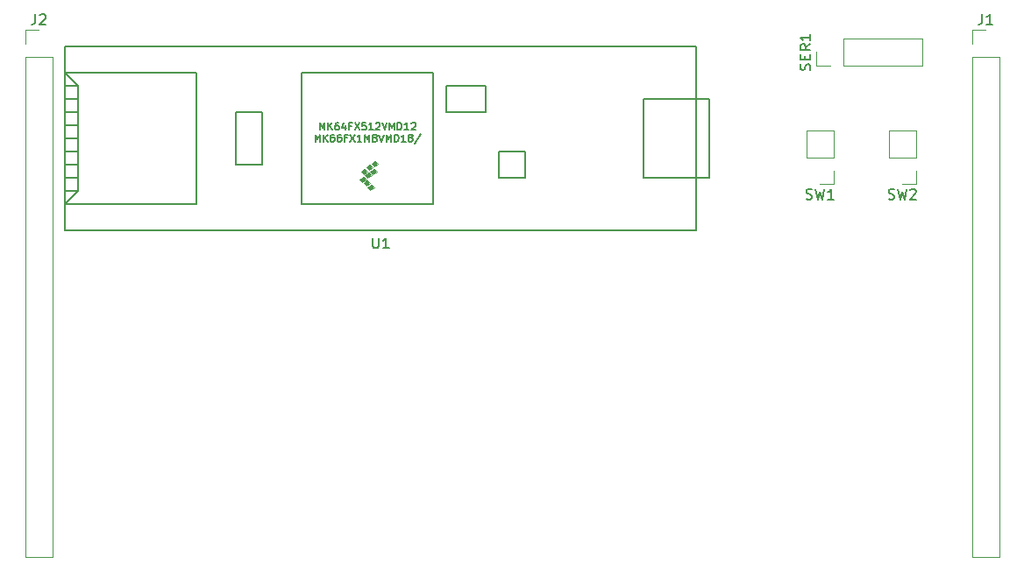
<source format=gbr>
G04 #@! TF.GenerationSoftware,KiCad,Pcbnew,(6.0.7-1)-1*
G04 #@! TF.CreationDate,2022-10-14T20:53:50-04:00*
G04 #@! TF.ProjectId,ebike_TFT,6562696b-655f-4544-9654-2e6b69636164,rev?*
G04 #@! TF.SameCoordinates,Original*
G04 #@! TF.FileFunction,Legend,Top*
G04 #@! TF.FilePolarity,Positive*
%FSLAX46Y46*%
G04 Gerber Fmt 4.6, Leading zero omitted, Abs format (unit mm)*
G04 Created by KiCad (PCBNEW (6.0.7-1)-1) date 2022-10-14 20:53:50*
%MOMM*%
%LPD*%
G01*
G04 APERTURE LIST*
%ADD10C,0.150000*%
%ADD11C,0.100000*%
%ADD12C,0.120000*%
G04 APERTURE END LIST*
D10*
X57658095Y-44156380D02*
X57658095Y-44965904D01*
X57705714Y-45061142D01*
X57753333Y-45108761D01*
X57848571Y-45156380D01*
X58039047Y-45156380D01*
X58134285Y-45108761D01*
X58181904Y-45061142D01*
X58229523Y-44965904D01*
X58229523Y-44156380D01*
X59229523Y-45156380D02*
X58658095Y-45156380D01*
X58943809Y-45156380D02*
X58943809Y-44156380D01*
X58848571Y-44299238D01*
X58753333Y-44394476D01*
X58658095Y-44442095D01*
X52100000Y-34860666D02*
X52100000Y-34160666D01*
X52333333Y-34660666D01*
X52566666Y-34160666D01*
X52566666Y-34860666D01*
X52900000Y-34860666D02*
X52900000Y-34160666D01*
X53300000Y-34860666D02*
X53000000Y-34460666D01*
X53300000Y-34160666D02*
X52900000Y-34560666D01*
X53900000Y-34160666D02*
X53766666Y-34160666D01*
X53700000Y-34194000D01*
X53666666Y-34227333D01*
X53600000Y-34327333D01*
X53566666Y-34460666D01*
X53566666Y-34727333D01*
X53600000Y-34794000D01*
X53633333Y-34827333D01*
X53700000Y-34860666D01*
X53833333Y-34860666D01*
X53900000Y-34827333D01*
X53933333Y-34794000D01*
X53966666Y-34727333D01*
X53966666Y-34560666D01*
X53933333Y-34494000D01*
X53900000Y-34460666D01*
X53833333Y-34427333D01*
X53700000Y-34427333D01*
X53633333Y-34460666D01*
X53600000Y-34494000D01*
X53566666Y-34560666D01*
X54566666Y-34160666D02*
X54433333Y-34160666D01*
X54366666Y-34194000D01*
X54333333Y-34227333D01*
X54266666Y-34327333D01*
X54233333Y-34460666D01*
X54233333Y-34727333D01*
X54266666Y-34794000D01*
X54300000Y-34827333D01*
X54366666Y-34860666D01*
X54500000Y-34860666D01*
X54566666Y-34827333D01*
X54600000Y-34794000D01*
X54633333Y-34727333D01*
X54633333Y-34560666D01*
X54600000Y-34494000D01*
X54566666Y-34460666D01*
X54500000Y-34427333D01*
X54366666Y-34427333D01*
X54300000Y-34460666D01*
X54266666Y-34494000D01*
X54233333Y-34560666D01*
X55166666Y-34494000D02*
X54933333Y-34494000D01*
X54933333Y-34860666D02*
X54933333Y-34160666D01*
X55266666Y-34160666D01*
X55466666Y-34160666D02*
X55933333Y-34860666D01*
X55933333Y-34160666D02*
X55466666Y-34860666D01*
X56566666Y-34860666D02*
X56166666Y-34860666D01*
X56366666Y-34860666D02*
X56366666Y-34160666D01*
X56300000Y-34260666D01*
X56233333Y-34327333D01*
X56166666Y-34360666D01*
X56866666Y-34860666D02*
X56866666Y-34160666D01*
X57100000Y-34660666D01*
X57333333Y-34160666D01*
X57333333Y-34860666D01*
X57900000Y-34494000D02*
X58000000Y-34527333D01*
X58033333Y-34560666D01*
X58066666Y-34627333D01*
X58066666Y-34727333D01*
X58033333Y-34794000D01*
X58000000Y-34827333D01*
X57933333Y-34860666D01*
X57666666Y-34860666D01*
X57666666Y-34160666D01*
X57900000Y-34160666D01*
X57966666Y-34194000D01*
X58000000Y-34227333D01*
X58033333Y-34294000D01*
X58033333Y-34360666D01*
X58000000Y-34427333D01*
X57966666Y-34460666D01*
X57900000Y-34494000D01*
X57666666Y-34494000D01*
X58266666Y-34160666D02*
X58500000Y-34860666D01*
X58733333Y-34160666D01*
X58966666Y-34860666D02*
X58966666Y-34160666D01*
X59200000Y-34660666D01*
X59433333Y-34160666D01*
X59433333Y-34860666D01*
X59766666Y-34860666D02*
X59766666Y-34160666D01*
X59933333Y-34160666D01*
X60033333Y-34194000D01*
X60100000Y-34260666D01*
X60133333Y-34327333D01*
X60166666Y-34460666D01*
X60166666Y-34560666D01*
X60133333Y-34694000D01*
X60100000Y-34760666D01*
X60033333Y-34827333D01*
X59933333Y-34860666D01*
X59766666Y-34860666D01*
X60833333Y-34860666D02*
X60433333Y-34860666D01*
X60633333Y-34860666D02*
X60633333Y-34160666D01*
X60566666Y-34260666D01*
X60500000Y-34327333D01*
X60433333Y-34360666D01*
X61233333Y-34460666D02*
X61166666Y-34427333D01*
X61133333Y-34394000D01*
X61100000Y-34327333D01*
X61100000Y-34294000D01*
X61133333Y-34227333D01*
X61166666Y-34194000D01*
X61233333Y-34160666D01*
X61366666Y-34160666D01*
X61433333Y-34194000D01*
X61466666Y-34227333D01*
X61500000Y-34294000D01*
X61500000Y-34327333D01*
X61466666Y-34394000D01*
X61433333Y-34427333D01*
X61366666Y-34460666D01*
X61233333Y-34460666D01*
X61166666Y-34494000D01*
X61133333Y-34527333D01*
X61100000Y-34594000D01*
X61100000Y-34727333D01*
X61133333Y-34794000D01*
X61166666Y-34827333D01*
X61233333Y-34860666D01*
X61366666Y-34860666D01*
X61433333Y-34827333D01*
X61466666Y-34794000D01*
X61500000Y-34727333D01*
X61500000Y-34594000D01*
X61466666Y-34527333D01*
X61433333Y-34494000D01*
X61366666Y-34460666D01*
X62300000Y-34127333D02*
X61700000Y-35027333D01*
X52550000Y-33717666D02*
X52550000Y-33017666D01*
X52783333Y-33517666D01*
X53016666Y-33017666D01*
X53016666Y-33717666D01*
X53350000Y-33717666D02*
X53350000Y-33017666D01*
X53750000Y-33717666D02*
X53450000Y-33317666D01*
X53750000Y-33017666D02*
X53350000Y-33417666D01*
X54350000Y-33017666D02*
X54216666Y-33017666D01*
X54150000Y-33051000D01*
X54116666Y-33084333D01*
X54050000Y-33184333D01*
X54016666Y-33317666D01*
X54016666Y-33584333D01*
X54050000Y-33651000D01*
X54083333Y-33684333D01*
X54150000Y-33717666D01*
X54283333Y-33717666D01*
X54350000Y-33684333D01*
X54383333Y-33651000D01*
X54416666Y-33584333D01*
X54416666Y-33417666D01*
X54383333Y-33351000D01*
X54350000Y-33317666D01*
X54283333Y-33284333D01*
X54150000Y-33284333D01*
X54083333Y-33317666D01*
X54050000Y-33351000D01*
X54016666Y-33417666D01*
X55016666Y-33251000D02*
X55016666Y-33717666D01*
X54850000Y-32984333D02*
X54683333Y-33484333D01*
X55116666Y-33484333D01*
X55616666Y-33351000D02*
X55383333Y-33351000D01*
X55383333Y-33717666D02*
X55383333Y-33017666D01*
X55716666Y-33017666D01*
X55916666Y-33017666D02*
X56383333Y-33717666D01*
X56383333Y-33017666D02*
X55916666Y-33717666D01*
X56983333Y-33017666D02*
X56650000Y-33017666D01*
X56616666Y-33351000D01*
X56650000Y-33317666D01*
X56716666Y-33284333D01*
X56883333Y-33284333D01*
X56950000Y-33317666D01*
X56983333Y-33351000D01*
X57016666Y-33417666D01*
X57016666Y-33584333D01*
X56983333Y-33651000D01*
X56950000Y-33684333D01*
X56883333Y-33717666D01*
X56716666Y-33717666D01*
X56650000Y-33684333D01*
X56616666Y-33651000D01*
X57683333Y-33717666D02*
X57283333Y-33717666D01*
X57483333Y-33717666D02*
X57483333Y-33017666D01*
X57416666Y-33117666D01*
X57350000Y-33184333D01*
X57283333Y-33217666D01*
X57950000Y-33084333D02*
X57983333Y-33051000D01*
X58050000Y-33017666D01*
X58216666Y-33017666D01*
X58283333Y-33051000D01*
X58316666Y-33084333D01*
X58350000Y-33151000D01*
X58350000Y-33217666D01*
X58316666Y-33317666D01*
X57916666Y-33717666D01*
X58350000Y-33717666D01*
X58550000Y-33017666D02*
X58783333Y-33717666D01*
X59016666Y-33017666D01*
X59250000Y-33717666D02*
X59250000Y-33017666D01*
X59483333Y-33517666D01*
X59716666Y-33017666D01*
X59716666Y-33717666D01*
X60050000Y-33717666D02*
X60050000Y-33017666D01*
X60216666Y-33017666D01*
X60316666Y-33051000D01*
X60383333Y-33117666D01*
X60416666Y-33184333D01*
X60450000Y-33317666D01*
X60450000Y-33417666D01*
X60416666Y-33551000D01*
X60383333Y-33617666D01*
X60316666Y-33684333D01*
X60216666Y-33717666D01*
X60050000Y-33717666D01*
X61116666Y-33717666D02*
X60716666Y-33717666D01*
X60916666Y-33717666D02*
X60916666Y-33017666D01*
X60850000Y-33117666D01*
X60783333Y-33184333D01*
X60716666Y-33217666D01*
X61383333Y-33084333D02*
X61416666Y-33051000D01*
X61483333Y-33017666D01*
X61650000Y-33017666D01*
X61716666Y-33051000D01*
X61750000Y-33084333D01*
X61783333Y-33151000D01*
X61783333Y-33217666D01*
X61750000Y-33317666D01*
X61350000Y-33717666D01*
X61783333Y-33717666D01*
X116506666Y-22522380D02*
X116506666Y-23236666D01*
X116459047Y-23379523D01*
X116363809Y-23474761D01*
X116220952Y-23522380D01*
X116125714Y-23522380D01*
X117506666Y-23522380D02*
X116935238Y-23522380D01*
X117220952Y-23522380D02*
X117220952Y-22522380D01*
X117125714Y-22665238D01*
X117030476Y-22760476D01*
X116935238Y-22808095D01*
X25066666Y-22522380D02*
X25066666Y-23236666D01*
X25019047Y-23379523D01*
X24923809Y-23474761D01*
X24780952Y-23522380D01*
X24685714Y-23522380D01*
X25495238Y-22617619D02*
X25542857Y-22570000D01*
X25638095Y-22522380D01*
X25876190Y-22522380D01*
X25971428Y-22570000D01*
X26019047Y-22617619D01*
X26066666Y-22712857D01*
X26066666Y-22808095D01*
X26019047Y-22950952D01*
X25447619Y-23522380D01*
X26066666Y-23522380D01*
X99874761Y-27914285D02*
X99922380Y-27771428D01*
X99922380Y-27533333D01*
X99874761Y-27438095D01*
X99827142Y-27390476D01*
X99731904Y-27342857D01*
X99636666Y-27342857D01*
X99541428Y-27390476D01*
X99493809Y-27438095D01*
X99446190Y-27533333D01*
X99398571Y-27723809D01*
X99350952Y-27819047D01*
X99303333Y-27866666D01*
X99208095Y-27914285D01*
X99112857Y-27914285D01*
X99017619Y-27866666D01*
X98970000Y-27819047D01*
X98922380Y-27723809D01*
X98922380Y-27485714D01*
X98970000Y-27342857D01*
X99398571Y-26914285D02*
X99398571Y-26580952D01*
X99922380Y-26438095D02*
X99922380Y-26914285D01*
X98922380Y-26914285D01*
X98922380Y-26438095D01*
X99922380Y-25438095D02*
X99446190Y-25771428D01*
X99922380Y-26009523D02*
X98922380Y-26009523D01*
X98922380Y-25628571D01*
X98970000Y-25533333D01*
X99017619Y-25485714D01*
X99112857Y-25438095D01*
X99255714Y-25438095D01*
X99350952Y-25485714D01*
X99398571Y-25533333D01*
X99446190Y-25628571D01*
X99446190Y-26009523D01*
X99922380Y-24485714D02*
X99922380Y-25057142D01*
X99922380Y-24771428D02*
X98922380Y-24771428D01*
X99065238Y-24866666D01*
X99160476Y-24961904D01*
X99208095Y-25057142D01*
X99516666Y-40384761D02*
X99659523Y-40432380D01*
X99897619Y-40432380D01*
X99992857Y-40384761D01*
X100040476Y-40337142D01*
X100088095Y-40241904D01*
X100088095Y-40146666D01*
X100040476Y-40051428D01*
X99992857Y-40003809D01*
X99897619Y-39956190D01*
X99707142Y-39908571D01*
X99611904Y-39860952D01*
X99564285Y-39813333D01*
X99516666Y-39718095D01*
X99516666Y-39622857D01*
X99564285Y-39527619D01*
X99611904Y-39480000D01*
X99707142Y-39432380D01*
X99945238Y-39432380D01*
X100088095Y-39480000D01*
X100421428Y-39432380D02*
X100659523Y-40432380D01*
X100850000Y-39718095D01*
X101040476Y-40432380D01*
X101278571Y-39432380D01*
X102183333Y-40432380D02*
X101611904Y-40432380D01*
X101897619Y-40432380D02*
X101897619Y-39432380D01*
X101802380Y-39575238D01*
X101707142Y-39670476D01*
X101611904Y-39718095D01*
X107466666Y-40384761D02*
X107609523Y-40432380D01*
X107847619Y-40432380D01*
X107942857Y-40384761D01*
X107990476Y-40337142D01*
X108038095Y-40241904D01*
X108038095Y-40146666D01*
X107990476Y-40051428D01*
X107942857Y-40003809D01*
X107847619Y-39956190D01*
X107657142Y-39908571D01*
X107561904Y-39860952D01*
X107514285Y-39813333D01*
X107466666Y-39718095D01*
X107466666Y-39622857D01*
X107514285Y-39527619D01*
X107561904Y-39480000D01*
X107657142Y-39432380D01*
X107895238Y-39432380D01*
X108038095Y-39480000D01*
X108371428Y-39432380D02*
X108609523Y-40432380D01*
X108800000Y-39718095D01*
X108990476Y-40432380D01*
X109228571Y-39432380D01*
X109561904Y-39527619D02*
X109609523Y-39480000D01*
X109704761Y-39432380D01*
X109942857Y-39432380D01*
X110038095Y-39480000D01*
X110085714Y-39527619D01*
X110133333Y-39622857D01*
X110133333Y-39718095D01*
X110085714Y-39860952D01*
X109514285Y-40432380D01*
X110133333Y-40432380D01*
G36*
X57531000Y-38100000D02*
G01*
X57150000Y-38354000D01*
X56896000Y-38100000D01*
X57277000Y-37846000D01*
X57531000Y-38100000D01*
G37*
D11*
X57531000Y-38100000D02*
X57150000Y-38354000D01*
X56896000Y-38100000D01*
X57277000Y-37846000D01*
X57531000Y-38100000D01*
G36*
X57404000Y-38862000D02*
G01*
X57023000Y-39116000D01*
X56769000Y-38862000D01*
X57150000Y-38608000D01*
X57404000Y-38862000D01*
G37*
X57404000Y-38862000D02*
X57023000Y-39116000D01*
X56769000Y-38862000D01*
X57150000Y-38608000D01*
X57404000Y-38862000D01*
G36*
X57150000Y-37719000D02*
G01*
X56769000Y-37973000D01*
X56515000Y-37719000D01*
X56896000Y-37465000D01*
X57150000Y-37719000D01*
G37*
X57150000Y-37719000D02*
X56769000Y-37973000D01*
X56515000Y-37719000D01*
X56896000Y-37465000D01*
X57150000Y-37719000D01*
G36*
X57658000Y-37338000D02*
G01*
X57277000Y-37592000D01*
X57023000Y-37338000D01*
X57404000Y-37084000D01*
X57658000Y-37338000D01*
G37*
X57658000Y-37338000D02*
X57277000Y-37592000D01*
X57023000Y-37338000D01*
X57404000Y-37084000D01*
X57658000Y-37338000D01*
G36*
X57023000Y-38481000D02*
G01*
X56642000Y-38735000D01*
X56388000Y-38481000D01*
X56769000Y-38227000D01*
X57023000Y-38481000D01*
G37*
X57023000Y-38481000D02*
X56642000Y-38735000D01*
X56388000Y-38481000D01*
X56769000Y-38227000D01*
X57023000Y-38481000D01*
G36*
X58166000Y-36957000D02*
G01*
X57785000Y-37211000D01*
X57531000Y-36957000D01*
X57912000Y-36703000D01*
X58166000Y-36957000D01*
G37*
X58166000Y-36957000D02*
X57785000Y-37211000D01*
X57531000Y-36957000D01*
X57912000Y-36703000D01*
X58166000Y-36957000D01*
G36*
X58039000Y-37719000D02*
G01*
X57658000Y-37973000D01*
X57404000Y-37719000D01*
X57785000Y-37465000D01*
X58039000Y-37719000D01*
G37*
X58039000Y-37719000D02*
X57658000Y-37973000D01*
X57404000Y-37719000D01*
X57785000Y-37465000D01*
X58039000Y-37719000D01*
G36*
X57785000Y-39243000D02*
G01*
X57404000Y-39497000D01*
X57150000Y-39243000D01*
X57531000Y-38989000D01*
X57785000Y-39243000D01*
G37*
X57785000Y-39243000D02*
X57404000Y-39497000D01*
X57150000Y-39243000D01*
X57531000Y-38989000D01*
X57785000Y-39243000D01*
D10*
X88900000Y-25654000D02*
X88900000Y-43434000D01*
X27940000Y-43434000D02*
X27940000Y-25654000D01*
X46990000Y-37084000D02*
X44450000Y-37084000D01*
X46990000Y-32004000D02*
X46990000Y-37084000D01*
X44450000Y-32004000D02*
X46990000Y-32004000D01*
X44450000Y-37084000D02*
X44450000Y-32004000D01*
X83820000Y-30734000D02*
X88900000Y-30734000D01*
X83820000Y-38354000D02*
X88900000Y-38354000D01*
X83820000Y-30734000D02*
X83820000Y-38354000D01*
X90170000Y-38354000D02*
X88900000Y-38354000D01*
X90170000Y-30734000D02*
X90170000Y-38354000D01*
X88900000Y-30734000D02*
X90170000Y-30734000D01*
X88900000Y-25654000D02*
X27940000Y-25654000D01*
X27940000Y-43434000D02*
X88900000Y-43434000D01*
X40640000Y-28194000D02*
X27940000Y-28194000D01*
X40640000Y-40894000D02*
X40640000Y-28194000D01*
X27940000Y-40894000D02*
X40640000Y-40894000D01*
X29210000Y-39624000D02*
X27940000Y-40894000D01*
X29210000Y-29464000D02*
X29210000Y-39624000D01*
X27940000Y-28194000D02*
X29210000Y-29464000D01*
X29210000Y-39624000D02*
X27940000Y-39624000D01*
X29210000Y-38354000D02*
X27940000Y-38354000D01*
X29210000Y-37084000D02*
X27940000Y-37084000D01*
X29210000Y-35814000D02*
X27940000Y-35814000D01*
X29210000Y-34544000D02*
X27940000Y-34544000D01*
X29210000Y-33274000D02*
X27940000Y-33274000D01*
X29210000Y-32004000D02*
X27940000Y-32004000D01*
X29210000Y-30734000D02*
X27940000Y-30734000D01*
X29210000Y-29464000D02*
X27940000Y-29464000D01*
X63500000Y-40894000D02*
X50800000Y-40894000D01*
X63500000Y-28194000D02*
X50800000Y-28194000D01*
X63500000Y-40894000D02*
X63500000Y-28194000D01*
X50800000Y-28194000D02*
X50800000Y-40894000D01*
X64770000Y-32004000D02*
X64770000Y-29464000D01*
X68580000Y-32004000D02*
X64770000Y-32004000D01*
X68580000Y-29464000D02*
X68580000Y-32004000D01*
X64770000Y-29464000D02*
X68580000Y-29464000D01*
X69850000Y-38354000D02*
X72390000Y-38354000D01*
X69850000Y-35814000D02*
X69850000Y-38354000D01*
X72390000Y-35814000D02*
X69850000Y-35814000D01*
X72390000Y-38354000D02*
X72390000Y-35814000D01*
D12*
X115510000Y-26670000D02*
X115510000Y-74990000D01*
X115510000Y-74990000D02*
X118170000Y-74990000D01*
X115510000Y-24070000D02*
X116840000Y-24070000D01*
X115510000Y-25400000D02*
X115510000Y-24070000D01*
X118170000Y-26670000D02*
X118170000Y-74990000D01*
X115510000Y-26670000D02*
X118170000Y-26670000D01*
X24070000Y-25400000D02*
X24070000Y-24070000D01*
X24070000Y-26670000D02*
X26730000Y-26670000D01*
X24070000Y-24070000D02*
X25400000Y-24070000D01*
X24070000Y-74990000D02*
X26730000Y-74990000D01*
X24070000Y-26670000D02*
X24070000Y-74990000D01*
X26730000Y-26670000D02*
X26730000Y-74990000D01*
X103070000Y-27530000D02*
X110750000Y-27530000D01*
X103070000Y-24870000D02*
X110750000Y-24870000D01*
X103070000Y-27530000D02*
X103070000Y-24870000D01*
X100470000Y-27530000D02*
X100470000Y-26200000D01*
X101800000Y-27530000D02*
X100470000Y-27530000D01*
X110750000Y-27530000D02*
X110750000Y-24870000D01*
X102180000Y-37650000D02*
X102180000Y-38980000D01*
X102180000Y-36380000D02*
X99520000Y-36380000D01*
X102180000Y-33780000D02*
X99520000Y-33780000D01*
X102180000Y-38980000D02*
X100850000Y-38980000D01*
X99520000Y-36380000D02*
X99520000Y-33780000D01*
X102180000Y-36380000D02*
X102180000Y-33780000D01*
X110130000Y-37650000D02*
X110130000Y-38980000D01*
X110130000Y-36380000D02*
X107470000Y-36380000D01*
X110130000Y-33780000D02*
X107470000Y-33780000D01*
X110130000Y-36380000D02*
X110130000Y-33780000D01*
X107470000Y-36380000D02*
X107470000Y-33780000D01*
X110130000Y-38980000D02*
X108800000Y-38980000D01*
M02*

</source>
